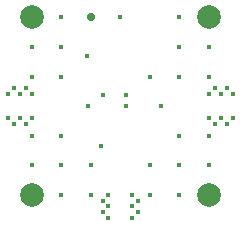
<source format=gbr>
%TF.GenerationSoftware,KiCad,Pcbnew,6.0.9+dfsg-1~bpo11+1*%
%TF.CreationDate,2022-11-28T09:52:01+01:00*%
%TF.ProjectId,017-johnson-counter,3031372d-6a6f-4686-9e73-6f6e2d636f75,1*%
%TF.SameCoordinates,Original*%
%TF.FileFunction,Plated,1,2,PTH,Drill*%
%TF.FilePolarity,Positive*%
%FSLAX46Y46*%
G04 Gerber Fmt 4.6, Leading zero omitted, Abs format (unit mm)*
G04 Created by KiCad (PCBNEW 6.0.9+dfsg-1~bpo11+1) date 2022-11-28 09:52:01*
%MOMM*%
%LPD*%
G01*
G04 APERTURE LIST*
%TA.AperFunction,ViaDrill*%
%ADD10C,0.400000*%
%TD*%
%TA.AperFunction,ComponentDrill*%
%ADD11C,0.400000*%
%TD*%
%TA.AperFunction,ComponentDrill*%
%ADD12C,0.700000*%
%TD*%
%TA.AperFunction,ComponentDrill*%
%ADD13C,2.000000*%
%TD*%
G04 APERTURE END LIST*
D10*
X152500000Y-80000000D03*
X152500000Y-82500000D03*
X152500000Y-87500000D03*
X152500000Y-90000000D03*
X155000000Y-77500000D03*
X155000000Y-80000000D03*
X155000000Y-82500000D03*
X155000000Y-87500000D03*
X155000000Y-90000000D03*
X155000000Y-92500000D03*
X157149800Y-80797400D03*
X157265700Y-85010474D03*
X157500000Y-90000000D03*
X157500000Y-92500000D03*
X158369000Y-88341200D03*
X158565700Y-84074000D03*
X160000000Y-77500000D03*
X160519500Y-84065063D03*
X160519500Y-85016966D03*
X162500000Y-82500000D03*
X162500000Y-90000000D03*
X162500000Y-92500000D03*
X163423600Y-84963000D03*
X165000000Y-77500000D03*
X165000000Y-80000000D03*
X165000000Y-82500000D03*
X165000000Y-87500000D03*
X165000000Y-90000000D03*
X165000000Y-92500000D03*
X167500000Y-80000000D03*
X167500000Y-82500000D03*
X167500000Y-87500000D03*
X167500000Y-90000000D03*
D11*
%TO.C,J2*%
X150500000Y-84000000D03*
X150500000Y-86000000D03*
X151000000Y-83500000D03*
X151000000Y-86500000D03*
X151500000Y-84000000D03*
X151500000Y-86000000D03*
X152000000Y-83500000D03*
X152000000Y-86500000D03*
X152500000Y-84000000D03*
X152500000Y-86000000D03*
%TO.C,J1*%
X158500000Y-93000000D03*
X158500000Y-94000000D03*
X159000000Y-92500000D03*
X159000000Y-93500000D03*
X159000000Y-94500000D03*
X161000000Y-92500000D03*
X161000000Y-93500000D03*
X161000000Y-94500000D03*
X161500000Y-93000000D03*
X161500000Y-94000000D03*
%TO.C,J3*%
X167500000Y-84000000D03*
X167500000Y-86000000D03*
X168000000Y-83500000D03*
X168000000Y-86500000D03*
X168500000Y-84000000D03*
X168500000Y-86000000D03*
X169000000Y-83500000D03*
X169000000Y-86500000D03*
X169500000Y-84000000D03*
X169500000Y-86000000D03*
D12*
%TO.C,J4*%
X157500000Y-77500000D03*
D13*
%TO.C,H1*%
X152500000Y-77500000D03*
%TO.C,H2*%
X152500000Y-92500000D03*
%TO.C,H4*%
X167500000Y-77500000D03*
%TO.C,H3*%
X167500000Y-92500000D03*
M02*

</source>
